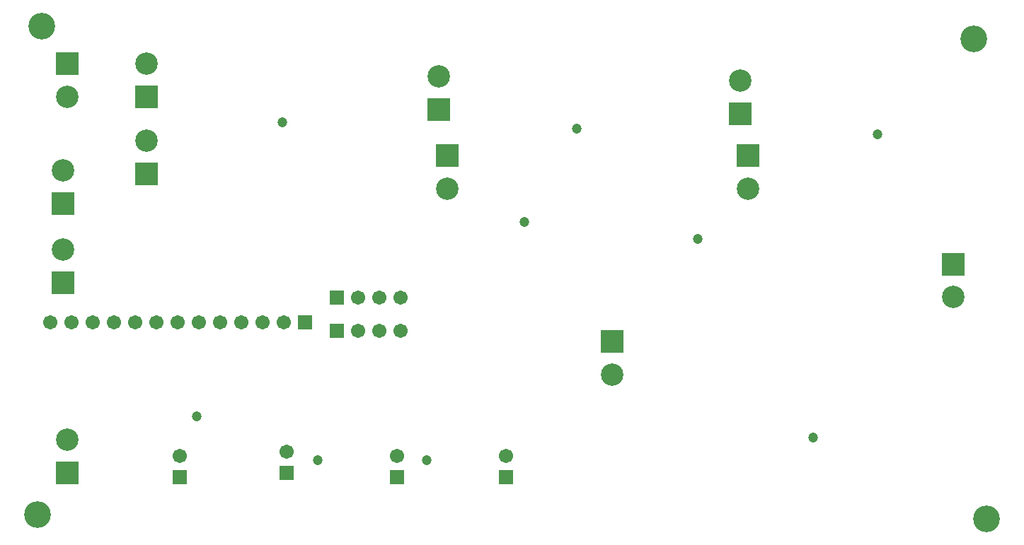
<source format=gbs>
G04*
G04 #@! TF.GenerationSoftware,Altium Limited,Altium Designer,18.0.9 (584)*
G04*
G04 Layer_Color=16711935*
%FSLAX25Y25*%
%MOIN*%
G70*
G01*
G75*
%ADD44R,0.10544X0.10544*%
%ADD45C,0.10544*%
%ADD46C,0.06706*%
%ADD47R,0.06706X0.06706*%
%ADD48R,0.06706X0.06706*%
%ADD49C,0.12611*%
%ADD50C,0.04737*%
D44*
X204724Y181024D02*
D03*
X200787Y202835D02*
D03*
X342520Y200866D02*
D03*
X346457Y181024D02*
D03*
X62992Y208740D02*
D03*
X442913Y129842D02*
D03*
X62992Y172323D02*
D03*
X23622Y121142D02*
D03*
Y158543D02*
D03*
X25591Y31575D02*
D03*
Y224331D02*
D03*
X282480Y93425D02*
D03*
D45*
X204724Y165433D02*
D03*
X200787Y218425D02*
D03*
X342520Y216457D02*
D03*
X346457Y165433D02*
D03*
X62992Y224331D02*
D03*
X442913Y114252D02*
D03*
X62992Y187913D02*
D03*
X23622Y136732D02*
D03*
Y174134D02*
D03*
X25591Y47165D02*
D03*
Y208740D02*
D03*
X282480Y77835D02*
D03*
D46*
X182559Y98425D02*
D03*
X172559D02*
D03*
X162559D02*
D03*
X182559Y114173D02*
D03*
X172559D02*
D03*
X162559D02*
D03*
X127795Y102362D02*
D03*
X117795D02*
D03*
X107795D02*
D03*
X97795D02*
D03*
X87795D02*
D03*
X77795D02*
D03*
X67795D02*
D03*
X57795D02*
D03*
X47795D02*
D03*
X37795D02*
D03*
X27795D02*
D03*
X17795D02*
D03*
X232283Y39528D02*
D03*
X181102D02*
D03*
X128937Y41496D02*
D03*
X78740Y39528D02*
D03*
D47*
X152559Y98425D02*
D03*
Y114173D02*
D03*
X137795Y102362D02*
D03*
D48*
X232283Y29528D02*
D03*
X181102D02*
D03*
X128937Y31496D02*
D03*
X78740Y29528D02*
D03*
D49*
X458661Y9843D02*
D03*
X11811Y11811D02*
D03*
X13780Y242126D02*
D03*
X452756Y236221D02*
D03*
D50*
X241142Y149606D02*
D03*
X322835Y141732D02*
D03*
X126969Y196850D02*
D03*
X407480Y190945D02*
D03*
X265748Y193898D02*
D03*
X376969Y48228D02*
D03*
X194882Y37402D02*
D03*
X143701D02*
D03*
X86614Y58071D02*
D03*
M02*

</source>
